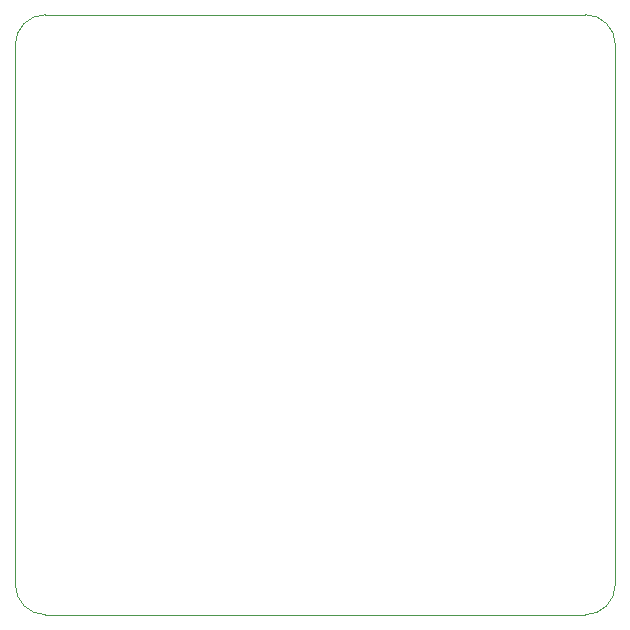
<source format=gm1>
G04 #@! TF.GenerationSoftware,KiCad,Pcbnew,(5.1.9)-1*
G04 #@! TF.CreationDate,2021-04-18T01:44:30-07:00*
G04 #@! TF.ProjectId,UAS_V2,5541535f-5632-42e6-9b69-6361645f7063,rev?*
G04 #@! TF.SameCoordinates,Original*
G04 #@! TF.FileFunction,Profile,NP*
%FSLAX46Y46*%
G04 Gerber Fmt 4.6, Leading zero omitted, Abs format (unit mm)*
G04 Created by KiCad (PCBNEW (5.1.9)-1) date 2021-04-18 01:44:30*
%MOMM*%
%LPD*%
G01*
G04 APERTURE LIST*
G04 #@! TA.AperFunction,Profile*
%ADD10C,0.050000*%
G04 #@! TD*
G04 APERTURE END LIST*
D10*
X124460000Y-81280000D02*
G75*
G02*
X127000000Y-78740000I2540000J0D01*
G01*
X172720000Y-78739999D02*
G75*
G02*
X175259999Y-81280000I-1J-2540000D01*
G01*
X124460000Y-126999998D02*
X124460000Y-81280000D01*
X126999998Y-129539998D02*
G75*
G02*
X124460000Y-126999998I1J2539999D01*
G01*
X172719999Y-129539998D02*
X127000000Y-129539998D01*
X175259998Y-126999997D02*
G75*
G02*
X172719999Y-129539998I-2540000J-1D01*
G01*
X175259999Y-81280000D02*
X175259999Y-126999998D01*
X127000000Y-78740000D02*
X172719999Y-78740000D01*
M02*

</source>
